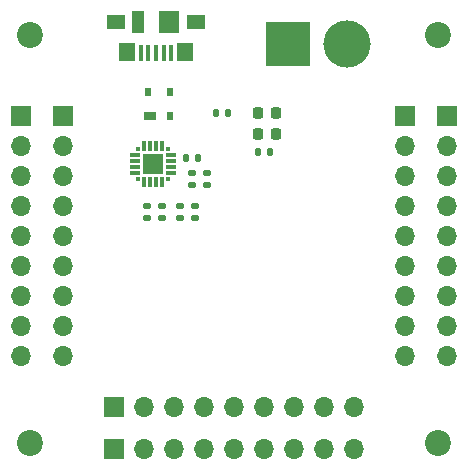
<source format=gbr>
%TF.GenerationSoftware,KiCad,Pcbnew,(6.0.6-1)-1*%
%TF.CreationDate,2022-08-24T14:22:51-07:00*%
%TF.ProjectId,VIO-Board-rounded,56494f2d-426f-4617-9264-2d726f756e64,rev?*%
%TF.SameCoordinates,Original*%
%TF.FileFunction,Soldermask,Top*%
%TF.FilePolarity,Negative*%
%FSLAX46Y46*%
G04 Gerber Fmt 4.6, Leading zero omitted, Abs format (unit mm)*
G04 Created by KiCad (PCBNEW (6.0.6-1)-1) date 2022-08-24 14:22:51*
%MOMM*%
%LPD*%
G01*
G04 APERTURE LIST*
G04 Aperture macros list*
%AMRoundRect*
0 Rectangle with rounded corners*
0 $1 Rounding radius*
0 $2 $3 $4 $5 $6 $7 $8 $9 X,Y pos of 4 corners*
0 Add a 4 corners polygon primitive as box body*
4,1,4,$2,$3,$4,$5,$6,$7,$8,$9,$2,$3,0*
0 Add four circle primitives for the rounded corners*
1,1,$1+$1,$2,$3*
1,1,$1+$1,$4,$5*
1,1,$1+$1,$6,$7*
1,1,$1+$1,$8,$9*
0 Add four rect primitives between the rounded corners*
20,1,$1+$1,$2,$3,$4,$5,0*
20,1,$1+$1,$4,$5,$6,$7,0*
20,1,$1+$1,$6,$7,$8,$9,0*
20,1,$1+$1,$8,$9,$2,$3,0*%
G04 Aperture macros list end*
%ADD10RoundRect,0.135000X0.135000X0.185000X-0.135000X0.185000X-0.135000X-0.185000X0.135000X-0.185000X0*%
%ADD11RoundRect,0.140000X-0.170000X0.140000X-0.170000X-0.140000X0.170000X-0.140000X0.170000X0.140000X0*%
%ADD12RoundRect,0.218750X0.218750X0.256250X-0.218750X0.256250X-0.218750X-0.256250X0.218750X-0.256250X0*%
%ADD13R,1.000000X0.700000*%
%ADD14R,0.600000X0.700000*%
%ADD15C,2.200000*%
%ADD16R,1.700000X1.700000*%
%ADD17O,1.700000X1.700000*%
%ADD18RoundRect,0.135000X0.185000X-0.135000X0.185000X0.135000X-0.185000X0.135000X-0.185000X-0.135000X0*%
%ADD19R,0.300000X0.300000*%
%ADD20R,0.300000X0.900000*%
%ADD21R,0.900000X0.300000*%
%ADD22R,1.800000X1.800000*%
%ADD23RoundRect,0.135000X-0.185000X0.135000X-0.185000X-0.135000X0.185000X-0.135000X0.185000X0.135000X0*%
%ADD24R,0.450000X1.380000*%
%ADD25R,1.425000X1.550000*%
%ADD26R,1.800000X1.900000*%
%ADD27R,1.000000X1.900000*%
%ADD28R,1.650000X1.300000*%
%ADD29RoundRect,0.135000X-0.135000X-0.185000X0.135000X-0.185000X0.135000X0.185000X-0.135000X0.185000X0*%
%ADD30R,3.800000X3.800000*%
%ADD31C,4.000000*%
G04 APERTURE END LIST*
D10*
%TO.C,R5*%
X79504000Y-63246000D03*
X78484000Y-63246000D03*
%TD*%
D11*
%TO.C,C4*%
X70358000Y-67846000D03*
X70358000Y-68806000D03*
%TD*%
D12*
%TO.C,D2*%
X80035500Y-59944000D03*
X78460500Y-59944000D03*
%TD*%
D13*
%TO.C,D1*%
X69354000Y-60182000D03*
D14*
X71054000Y-60182000D03*
X71054000Y-58182000D03*
X69154000Y-58182000D03*
%TD*%
D15*
%TO.C,REF\u002A\u002A*%
X59182000Y-87884000D03*
%TD*%
D16*
%TO.C,J6*%
X58445000Y-60208008D03*
D17*
X58445000Y-62748008D03*
X58445000Y-65288008D03*
X58445000Y-67828008D03*
X58445000Y-70368008D03*
X58445000Y-72908008D03*
X58445000Y-75448008D03*
X58445000Y-77988008D03*
X58445000Y-80528008D03*
%TD*%
D18*
%TO.C,R2*%
X74168000Y-66042000D03*
X74168000Y-65022000D03*
%TD*%
D16*
%TO.C,J4*%
X90932000Y-60208000D03*
D17*
X90932000Y-62748000D03*
X90932000Y-65288000D03*
X90932000Y-67828000D03*
X90932000Y-70368000D03*
X90932000Y-72908000D03*
X90932000Y-75448000D03*
X90932000Y-77988000D03*
X90932000Y-80528000D03*
%TD*%
D16*
%TO.C,J5*%
X66304000Y-84836000D03*
D17*
X68844000Y-84836000D03*
X71384000Y-84836000D03*
X73924000Y-84836000D03*
X76464000Y-84836000D03*
X79004000Y-84836000D03*
X81544000Y-84836000D03*
X84084000Y-84836000D03*
X86624000Y-84836000D03*
%TD*%
D11*
%TO.C,C2*%
X73152000Y-67846000D03*
X73152000Y-68806000D03*
%TD*%
D15*
%TO.C,REF\u002A\u002A*%
X59182000Y-53340000D03*
%TD*%
D12*
%TO.C,D3*%
X80035500Y-61722000D03*
X78460500Y-61722000D03*
%TD*%
D19*
%TO.C,U1*%
X68346000Y-65512000D03*
D20*
X68846000Y-65812000D03*
X69346000Y-65812000D03*
X69846000Y-65812000D03*
X70346000Y-65812000D03*
D19*
X70846000Y-65512000D03*
D21*
X71146000Y-65012000D03*
X71146000Y-64512000D03*
X71146000Y-64012000D03*
X71146000Y-63512000D03*
D19*
X70846000Y-63012000D03*
D20*
X70346000Y-62712000D03*
X69846000Y-62712000D03*
X69346000Y-62712000D03*
X68846000Y-62712000D03*
D19*
X68346000Y-63012000D03*
D21*
X68046000Y-63512000D03*
X68046000Y-64012000D03*
X68046000Y-64512000D03*
X68046000Y-65012000D03*
D22*
X69596000Y-64262000D03*
%TD*%
D15*
%TO.C,REF\u002A\u002A*%
X93726000Y-87884000D03*
%TD*%
D23*
%TO.C,R3*%
X72898000Y-65022000D03*
X72898000Y-66042000D03*
%TD*%
D24*
%TO.C,J2*%
X71150000Y-54892000D03*
X70500000Y-54892000D03*
X69850000Y-54892000D03*
X69200000Y-54892000D03*
X68550000Y-54892000D03*
D25*
X67362500Y-54807000D03*
X72337500Y-54807000D03*
D26*
X71000000Y-52232000D03*
D27*
X68300000Y-52232000D03*
D28*
X66475000Y-52232000D03*
X73225000Y-52232000D03*
%TD*%
D29*
%TO.C,R4*%
X74928000Y-59944000D03*
X75948000Y-59944000D03*
%TD*%
D30*
%TO.C,J1*%
X81066000Y-54102000D03*
D31*
X86066000Y-54102000D03*
%TD*%
D11*
%TO.C,C1*%
X71882000Y-67846000D03*
X71882000Y-68806000D03*
%TD*%
D15*
%TO.C,REF\u002A\u002A*%
X93726000Y-53340000D03*
%TD*%
D16*
%TO.C,J7*%
X94512994Y-60208008D03*
D17*
X94512994Y-62748008D03*
X94512994Y-65288008D03*
X94512994Y-67828008D03*
X94512994Y-70368008D03*
X94512994Y-72908008D03*
X94512994Y-75448008D03*
X94512994Y-77988008D03*
X94512994Y-80528008D03*
%TD*%
D10*
%TO.C,R1*%
X73408000Y-63754000D03*
X72388000Y-63754000D03*
%TD*%
D16*
%TO.C,J8*%
X66304000Y-88367000D03*
D17*
X68844000Y-88367000D03*
X71384000Y-88367000D03*
X73924000Y-88367000D03*
X76464000Y-88367000D03*
X79004000Y-88367000D03*
X81544000Y-88367000D03*
X84084000Y-88367000D03*
X86624000Y-88367000D03*
%TD*%
D16*
%TO.C,J3*%
X61976000Y-60208008D03*
D17*
X61976000Y-62748008D03*
X61976000Y-65288008D03*
X61976000Y-67828008D03*
X61976000Y-70368008D03*
X61976000Y-72908008D03*
X61976000Y-75448008D03*
X61976000Y-77988008D03*
X61976000Y-80528008D03*
%TD*%
D11*
%TO.C,C3*%
X69088000Y-67846000D03*
X69088000Y-68806000D03*
%TD*%
M02*

</source>
